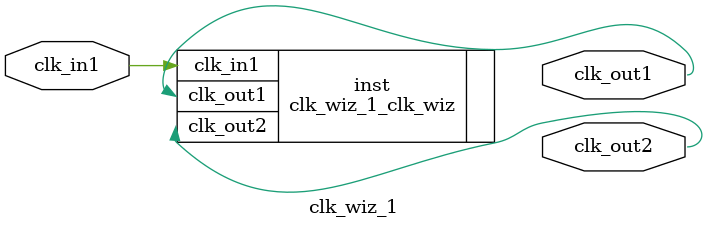
<source format=v>


`timescale 1ps/1ps

(* CORE_GENERATION_INFO = "clk_wiz_1,clk_wiz_v6_0_2_0_0,{component_name=clk_wiz_1,use_phase_alignment=true,use_min_o_jitter=false,use_max_i_jitter=false,use_dyn_phase_shift=false,use_inclk_switchover=false,use_dyn_reconfig=false,enable_axi=0,feedback_source=FDBK_AUTO,PRIMITIVE=PLL,num_out_clk=2,clkin1_period=10.000,clkin2_period=10.000,use_power_down=false,use_reset=false,use_locked=false,use_inclk_stopped=false,feedback_type=SINGLE,CLOCK_MGR_TYPE=NA,manual_override=false}" *)

module clk_wiz_1 
 (
  // Clock out ports
  output        clk_out1,
  output        clk_out2,
 // Clock in ports
  input         clk_in1
 );

  clk_wiz_1_clk_wiz inst
  (
  // Clock out ports  
  .clk_out1(clk_out1),
  .clk_out2(clk_out2),
 // Clock in ports
  .clk_in1(clk_in1)
  );

endmodule

</source>
